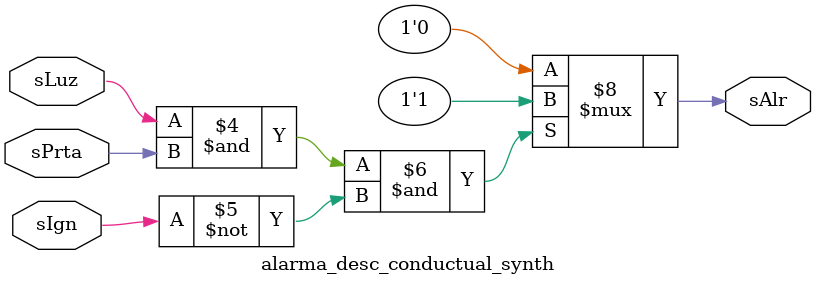
<source format=v>
module alarma_desc_conductual_synth (
	output reg	sAlr,	// sAlr de tipo reg, almacena el valor
	input 		sLuz,	// No se indica el tipo de sLuz,  wire implícito
	input 		sPrta,	// No se indica el tipo de sPrta, wire implícito
	input 		sIgn);	// No se indica el tipo de sIgn,  wire implícito
	// En las descripciones conductuales, los puertos de entrada son wires.
	// Los puertos de salida pueden ser wires o regs, dependiendo de la
	// implementación.

	always @ (*) begin // always combinacional, bloque de procedimiento/comportamiento
	// (*) Lista de sensitividad, entra al "always" ante cualquier cambio
	// en (sLuz or sPrta or sIgn)
		if (sLuz == 1 & sPrta == 1 & sIgn == 0)
			sAlr 	= 1;	// Asignación bloqueante (=)
      		else
			sAlr	= 0;	// Asignación bloqueante (=)
    	end
endmodule

</source>
